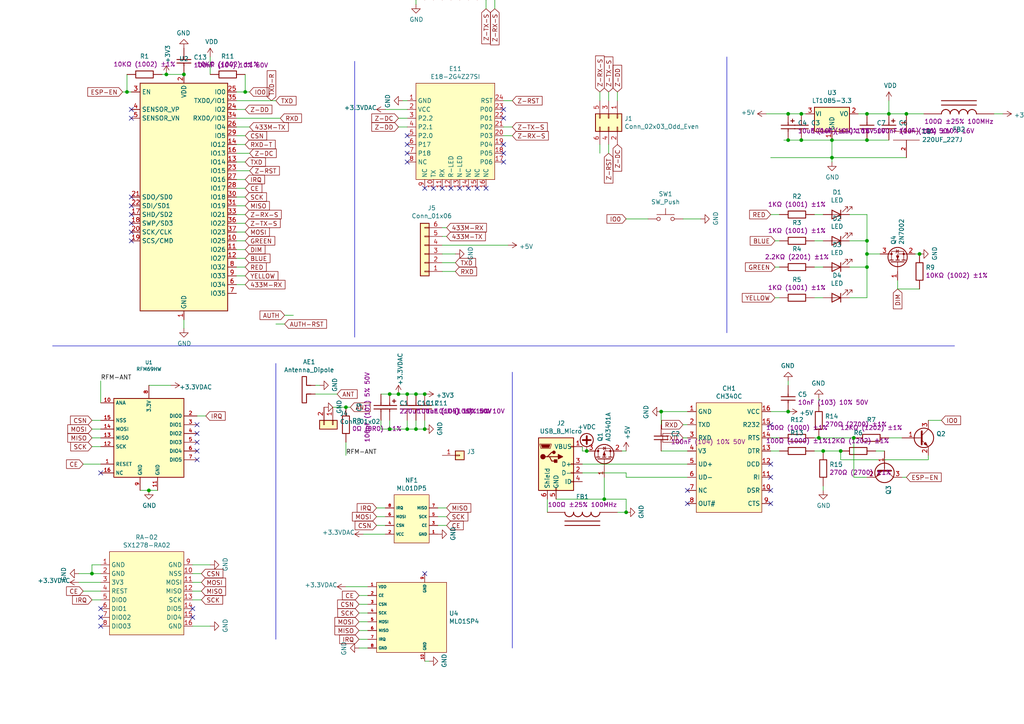
<source format=kicad_sch>
(kicad_sch (version 20200714) (host eeschema "(5.99.0-2390-gac6ceb84b)")
  (page 1 1)
  (paper "A4")
  (junction (at -52.07 102.87))
  (junction (at -45.72 156.21))
  (junction (at -45.72 158.75))
  (junction (at -45.72 161.29))
  (junction (at -45.72 171.45))
  (junction (at -45.72 189.23))
  (junction (at -11.43 161.29))
  (junction (at 26.67 166.37))
  (junction (at 36.83 26.67))
  (junction (at 43.18 142.24))
  (junction (at 48.26 21.59))
  (junction (at 53.34 21.59))
  (junction (at 71.12 26.67))
  (junction (at 100.33 118.11))
  (junction (at 113.03 114.3))
  (junction (at 113.03 124.46))
  (junction (at 115.57 114.3))
  (junction (at 118.11 114.3))
  (junction (at 118.11 124.46))
  (junction (at 120.65 114.3))
  (junction (at 120.65 124.46))
  (junction (at 123.19 114.3))
  (junction (at 123.19 124.46))
  (junction (at 170.18 130.81))
  (junction (at 175.26 144.78))
  (junction (at 181.61 148.59))
  (junction (at 191.77 119.38))
  (junction (at 228.6 33.02))
  (junction (at 228.6 40.64))
  (junction (at 228.6 119.38))
  (junction (at 232.41 33.02))
  (junction (at 232.41 40.64))
  (junction (at 237.49 127))
  (junction (at 238.76 130.81))
  (junction (at 241.3 40.64))
  (junction (at 241.3 45.72))
  (junction (at 243.84 130.81))
  (junction (at 247.65 127))
  (junction (at 251.46 33.02))
  (junction (at 251.46 40.64))
  (junction (at 251.46 69.85))
  (junction (at 251.46 73.66))
  (junction (at 251.46 77.47))
  (junction (at 257.81 33.02))
  (junction (at 262.89 33.02))
  (junction (at 266.7 73.66))
  (no_connect (at -52.07 115.57))
  (no_connect (at 118.11 39.37))
  (no_connect (at -16.51 158.75))
  (no_connect (at 223.52 142.24))
  (no_connect (at -45.72 179.07))
  (no_connect (at 38.1 57.15))
  (no_connect (at 138.43 54.61))
  (no_connect (at 133.35 54.61))
  (no_connect (at -52.07 118.11))
  (no_connect (at 38.1 64.77))
  (no_connect (at -52.07 120.65))
  (no_connect (at 38.1 31.75))
  (no_connect (at 55.88 179.07))
  (no_connect (at 29.21 137.16))
  (no_connect (at -52.07 123.19))
  (no_connect (at -45.72 176.53))
  (no_connect (at 38.1 34.29))
  (no_connect (at 140.97 54.61))
  (no_connect (at 199.39 146.05))
  (no_connect (at 38.1 69.85))
  (no_connect (at -16.51 186.69))
  (no_connect (at 146.05 41.91))
  (no_connect (at -52.07 125.73))
  (no_connect (at 29.21 181.61))
  (no_connect (at 128.27 54.61))
  (no_connect (at 130.81 54.61))
  (no_connect (at 38.1 62.23))
  (no_connect (at 118.11 41.91))
  (no_connect (at -29.21 118.11))
  (no_connect (at 57.15 123.19))
  (no_connect (at 57.15 125.73))
  (no_connect (at 38.1 67.31))
  (no_connect (at 57.15 133.35))
  (no_connect (at 146.05 31.75))
  (no_connect (at 223.52 146.05))
  (no_connect (at 118.11 44.45))
  (no_connect (at 146.05 34.29))
  (no_connect (at 146.05 46.99))
  (no_connect (at 57.15 130.81))
  (no_connect (at 29.21 179.07))
  (no_connect (at -52.07 133.35))
  (no_connect (at -29.21 115.57))
  (no_connect (at 123.19 54.61))
  (no_connect (at 146.05 44.45))
  (no_connect (at 135.89 54.61))
  (no_connect (at 223.52 138.43))
  (no_connect (at 57.15 128.27))
  (no_connect (at 199.39 142.24))
  (no_connect (at 223.52 123.19))
  (no_connect (at 223.52 134.62))
  (no_connect (at 118.11 46.99))
  (no_connect (at 55.88 176.53))
  (no_connect (at 38.1 59.69))
  (no_connect (at 125.73 54.61))
  (no_connect (at 29.21 176.53))
  (no_connect (at 123.19 166.37))
  (no_connect (at -45.72 181.61))
  (wire (pts (xy -57.15 130.81) (xy -52.07 130.81)))
  (wire (pts (xy -52.07 102.87) (xy -53.34 102.87)))
  (wire (pts (xy -52.07 113.03) (xy -52.07 102.87)))
  (wire (pts (xy -52.07 128.27) (xy -54.61 128.27)))
  (wire (pts (xy -52.07 184.15) (xy -45.72 184.15)))
  (wire (pts (xy -46.99 102.87) (xy -52.07 102.87)))
  (wire (pts (xy -45.72 100.33) (xy -57.15 100.33)))
  (wire (pts (xy -45.72 102.87) (xy -45.72 100.33)))
  (wire (pts (xy -45.72 158.75) (xy -45.72 156.21)))
  (wire (pts (xy -45.72 161.29) (xy -45.72 158.75)))
  (wire (pts (xy -45.72 171.45) (xy -45.72 161.29)))
  (wire (pts (xy -45.72 173.99) (xy -45.72 171.45)))
  (wire (pts (xy -45.72 186.69) (xy -45.72 189.23)))
  (wire (pts (xy -45.72 189.23) (xy -50.8 189.23)))
  (wire (pts (xy -44.45 102.87) (xy -38.1 102.87)))
  (wire (pts (xy -29.21 113.03) (xy -22.86 113.03)))
  (wire (pts (xy -29.21 120.65) (xy -26.67 120.65)))
  (wire (pts (xy -29.21 123.19) (xy -26.67 123.19)))
  (wire (pts (xy -29.21 128.27) (xy -26.67 128.27)))
  (wire (pts (xy -29.21 133.35) (xy -22.86 133.35)))
  (wire (pts (xy -26.67 125.73) (xy -29.21 125.73)))
  (wire (pts (xy -22.86 130.81) (xy -29.21 130.81)))
  (wire (pts (xy -16.51 156.21) (xy -11.43 156.21)))
  (wire (pts (xy -16.51 171.45) (xy -13.97 171.45)))
  (wire (pts (xy -16.51 173.99) (xy -13.97 173.99)))
  (wire (pts (xy -16.51 176.53) (xy -13.97 176.53)))
  (wire (pts (xy -16.51 184.15) (xy -13.97 184.15)))
  (wire (pts (xy -16.51 189.23) (xy -11.43 189.23)))
  (wire (pts (xy -13.97 179.07) (xy -16.51 179.07)))
  (wire (pts (xy -11.43 156.21) (xy -11.43 161.29)))
  (wire (pts (xy -11.43 161.29) (xy -16.51 161.29)))
  (wire (pts (xy -11.43 181.61) (xy -16.51 181.61)))
  (wire (pts (xy 22.86 168.91) (xy 29.21 168.91)))
  (wire (pts (xy 24.13 134.62) (xy 29.21 134.62)))
  (wire (pts (xy 24.13 171.45) (xy 29.21 171.45)))
  (wire (pts (xy 26.67 127) (xy 29.21 127)))
  (wire (pts (xy 26.67 163.83) (xy 26.67 166.37)))
  (wire (pts (xy 26.67 166.37) (xy 22.86 166.37)))
  (wire (pts (xy 29.21 116.84) (xy 29.21 110.49)))
  (wire (pts (xy 29.21 121.92) (xy 26.67 121.92)))
  (wire (pts (xy 29.21 124.46) (xy 26.67 124.46)))
  (wire (pts (xy 29.21 129.54) (xy 26.67 129.54)))
  (wire (pts (xy 29.21 163.83) (xy 26.67 163.83)))
  (wire (pts (xy 29.21 166.37) (xy 26.67 166.37)))
  (wire (pts (xy 29.21 173.99) (xy 26.67 173.99)))
  (wire (pts (xy 35.56 26.67) (xy 36.83 26.67)))
  (wire (pts (xy 36.83 26.67) (xy 36.83 21.59)))
  (wire (pts (xy 38.1 26.67) (xy 36.83 26.67)))
  (wire (pts (xy 40.64 142.24) (xy 43.18 142.24)))
  (wire (pts (xy 43.18 142.24) (xy 45.72 142.24)))
  (wire (pts (xy 46.99 21.59) (xy 48.26 21.59)))
  (wire (pts (xy 48.26 21.59) (xy 53.34 21.59)))
  (wire (pts (xy 49.53 111.76) (xy 43.18 111.76)))
  (wire (pts (xy 53.34 92.71) (xy 53.34 95.25)))
  (wire (pts (xy 55.88 163.83) (xy 60.96 163.83)))
  (wire (pts (xy 55.88 166.37) (xy 58.42 166.37)))
  (wire (pts (xy 55.88 168.91) (xy 58.42 168.91)))
  (wire (pts (xy 55.88 173.99) (xy 58.42 173.99)))
  (wire (pts (xy 55.88 181.61) (xy 60.96 181.61)))
  (wire (pts (xy 57.15 120.65) (xy 59.69 120.65)))
  (wire (pts (xy 58.42 171.45) (xy 55.88 171.45)))
  (wire (pts (xy 60.96 16.51) (xy 60.96 21.59)))
  (wire (pts (xy 68.58 26.67) (xy 71.12 26.67)))
  (wire (pts (xy 68.58 29.21) (xy 80.01 29.21)))
  (wire (pts (xy 68.58 31.75) (xy 71.12 31.75)))
  (wire (pts (xy 68.58 34.29) (xy 81.28 34.29)))
  (wire (pts (xy 68.58 36.83) (xy 72.39 36.83)))
  (wire (pts (xy 68.58 39.37) (xy 71.12 39.37)))
  (wire (pts (xy 68.58 41.91) (xy 71.12 41.91)))
  (wire (pts (xy 68.58 44.45) (xy 72.39 44.45)))
  (wire (pts (xy 68.58 46.99) (xy 71.12 46.99)))
  (wire (pts (xy 68.58 49.53) (xy 72.39 49.53)))
  (wire (pts (xy 68.58 52.07) (xy 71.12 52.07)))
  (wire (pts (xy 68.58 54.61) (xy 71.12 54.61)))
  (wire (pts (xy 68.58 57.15) (xy 71.12 57.15)))
  (wire (pts (xy 68.58 59.69) (xy 71.12 59.69)))
  (wire (pts (xy 68.58 62.23) (xy 71.12 62.23)))
  (wire (pts (xy 68.58 64.77) (xy 71.12 64.77)))
  (wire (pts (xy 68.58 67.31) (xy 71.12 67.31)))
  (wire (pts (xy 68.58 69.85) (xy 71.12 69.85)))
  (wire (pts (xy 68.58 72.39) (xy 71.12 72.39)))
  (wire (pts (xy 68.58 74.93) (xy 71.12 74.93)))
  (wire (pts (xy 68.58 77.47) (xy 71.12 77.47)))
  (wire (pts (xy 68.58 80.01) (xy 71.12 80.01)))
  (wire (pts (xy 68.58 82.55) (xy 71.12 82.55)))
  (wire (pts (xy 71.12 21.59) (xy 71.12 26.67)))
  (wire (pts (xy 71.12 26.67) (xy 72.39 26.67)))
  (wire (pts (xy 80.01 93.98) (xy 82.55 93.98)))
  (wire (pts (xy 85.09 91.44) (xy 82.55 91.44)))
  (wire (pts (xy 91.44 111.76) (xy 92.71 111.76)))
  (wire (pts (xy 91.44 114.3) (xy 97.79 114.3)))
  (wire (pts (xy 96.52 118.11) (xy 100.33 118.11)))
  (wire (pts (xy 100.33 118.11) (xy 101.6 118.11)))
  (wire (pts (xy 100.33 128.27) (xy 100.33 132.08)))
  (wire (pts (xy 100.33 170.18) (xy 106.68 170.18)))
  (wire (pts (xy 104.14 182.88) (xy 106.68 182.88)))
  (wire (pts (xy 104.14 185.42) (xy 106.68 185.42)))
  (wire (pts (xy 105.41 154.94) (xy 111.76 154.94)))
  (wire (pts (xy 106.68 172.72) (xy 104.14 172.72)))
  (wire (pts (xy 106.68 175.26) (xy 104.14 175.26)))
  (wire (pts (xy 106.68 177.8) (xy 104.14 177.8)))
  (wire (pts (xy 106.68 180.34) (xy 104.14 180.34)))
  (wire (pts (xy 106.68 187.96) (xy 104.14 187.96)))
  (wire (pts (xy 109.22 -39.37) (xy 115.57 -39.37)))
  (wire (pts (xy 109.22 147.32) (xy 111.76 147.32)))
  (wire (pts (xy 110.49 114.3) (xy 113.03 114.3)))
  (wire (pts (xy 110.49 121.92) (xy 110.49 124.46)))
  (wire (pts (xy 110.49 124.46) (xy 113.03 124.46)))
  (wire (pts (xy 111.76 31.75) (xy 118.11 31.75)))
  (wire (pts (xy 111.76 149.86) (xy 109.22 149.86)))
  (wire (pts (xy 111.76 152.4) (xy 109.22 152.4)))
  (wire (pts (xy 113.03 114.3) (xy 115.57 114.3)))
  (wire (pts (xy 113.03 121.92) (xy 113.03 124.46)))
  (wire (pts (xy 113.03 124.46) (xy 118.11 124.46)))
  (wire (pts (xy 115.57 -36.83) (xy 114.3 -36.83)))
  (wire (pts (xy 115.57 -34.29) (xy 106.68 -34.29)))
  (wire (pts (xy 115.57 -31.75) (xy 106.68 -31.75)))
  (wire (pts (xy 115.57 -29.21) (xy 106.68 -29.21)))
  (wire (pts (xy 115.57 -26.67) (xy 106.68 -26.67)))
  (wire (pts (xy 115.57 114.3) (xy 118.11 114.3)))
  (wire (pts (xy 118.11 29.21) (xy 116.84 29.21)))
  (wire (pts (xy 118.11 34.29) (xy 115.57 34.29)))
  (wire (pts (xy 118.11 36.83) (xy 115.57 36.83)))
  (wire (pts (xy 118.11 114.3) (xy 120.65 114.3)))
  (wire (pts (xy 118.11 121.92) (xy 118.11 124.46)))
  (wire (pts (xy 118.11 124.46) (xy 120.65 124.46)))
  (wire (pts (xy 120.65 0) (xy 120.65 1.27)))
  (wire (pts (xy 120.65 114.3) (xy 123.19 114.3)))
  (wire (pts (xy 120.65 121.92) (xy 120.65 124.46)))
  (wire (pts (xy 120.65 124.46) (xy 123.19 124.46)))
  (wire (pts (xy 123.19 121.92) (xy 123.19 124.46)))
  (wire (pts (xy 123.19 191.77) (xy 124.46 191.77)))
  (wire (pts (xy 127 149.86) (xy 129.54 149.86)))
  (wire (pts (xy 127 152.4) (xy 129.54 152.4)))
  (wire (pts (xy 128.27 66.04) (xy 129.54 66.04)))
  (wire (pts (xy 128.27 68.58) (xy 129.54 68.58)))
  (wire (pts (xy 128.27 71.12) (xy 147.32 71.12)))
  (wire (pts (xy 128.27 73.66) (xy 132.08 73.66)))
  (wire (pts (xy 128.27 76.2) (xy 132.08 76.2)))
  (wire (pts (xy 128.27 78.74) (xy 132.08 78.74)))
  (wire (pts (xy 129.54 147.32) (xy 127 147.32)))
  (wire (pts (xy 140.97 0) (xy 140.97 2.54)))
  (wire (pts (xy 143.51 0) (xy 143.51 2.54)))
  (wire (pts (xy 146.05 29.21) (xy 148.59 29.21)))
  (wire (pts (xy 146.05 36.83) (xy 148.59 36.83)))
  (wire (pts (xy 146.05 39.37) (xy 148.59 39.37)))
  (wire (pts (xy 148.59 -39.37) (xy 149.86 -39.37)))
  (wire (pts (xy 148.59 -31.75) (xy 151.13 -31.75)))
  (wire (pts (xy 148.59 -8.89) (xy 149.86 -8.89)))
  (wire (pts (xy 158.75 144.78) (xy 158.75 148.59)))
  (wire (pts (xy 161.29 144.78) (xy 175.26 144.78)))
  (wire (pts (xy 168.91 129.54) (xy 168.91 130.81)))
  (wire (pts (xy 168.91 130.81) (xy 170.18 130.81)))
  (wire (pts (xy 168.91 134.62) (xy 199.39 134.62)))
  (wire (pts (xy 168.91 137.16) (xy 181.61 137.16)))
  (wire (pts (xy 173.99 29.21) (xy 173.99 26.67)))
  (wire (pts (xy 173.99 41.91) (xy 173.99 44.45)))
  (wire (pts (xy 175.26 144.78) (xy 175.26 138.43)))
  (wire (pts (xy 175.26 144.78) (xy 181.61 144.78)))
  (wire (pts (xy 176.53 29.21) (xy 176.53 26.67)))
  (wire (pts (xy 176.53 41.91) (xy 176.53 44.45)))
  (wire (pts (xy 179.07 29.21) (xy 179.07 26.67)))
  (wire (pts (xy 179.07 148.59) (xy 181.61 148.59)))
  (wire (pts (xy 180.34 130.81) (xy 181.61 130.81)))
  (wire (pts (xy 181.61 63.5) (xy 187.96 63.5)))
  (wire (pts (xy 181.61 138.43) (xy 181.61 137.16)))
  (wire (pts (xy 181.61 144.78) (xy 181.61 148.59)))
  (wire (pts (xy 191.77 119.38) (xy 191.77 123.19)))
  (wire (pts (xy 191.77 119.38) (xy 199.39 119.38)))
  (wire (pts (xy 191.77 130.81) (xy 199.39 130.81)))
  (wire (pts (xy 198.12 63.5) (xy 203.2 63.5)))
  (wire (pts (xy 199.39 123.19) (xy 198.12 123.19)))
  (wire (pts (xy 199.39 127) (xy 198.12 127)))
  (wire (pts (xy 199.39 138.43) (xy 181.61 138.43)))
  (wire (pts (xy 222.25 33.02) (xy 228.6 33.02)))
  (wire (pts (xy 223.52 45.72) (xy 241.3 45.72)))
  (wire (pts (xy 223.52 119.38) (xy 228.6 119.38)))
  (wire (pts (xy 223.52 127) (xy 226.06 127)))
  (wire (pts (xy 223.52 130.81) (xy 226.06 130.81)))
  (wire (pts (xy 226.06 62.23) (xy 223.52 62.23)))
  (wire (pts (xy 226.06 69.85) (xy 224.79 69.85)))
  (wire (pts (xy 226.06 77.47) (xy 224.79 77.47)))
  (wire (pts (xy 226.06 86.36) (xy 224.79 86.36)))
  (wire (pts (xy 227.33 40.64) (xy 228.6 40.64)))
  (wire (pts (xy 228.6 33.02) (xy 232.41 33.02)))
  (wire (pts (xy 228.6 40.64) (xy 232.41 40.64)))
  (wire (pts (xy 228.6 111.76) (xy 228.6 110.49)))
  (wire (pts (xy 232.41 33.02) (xy 233.68 33.02)))
  (wire (pts (xy 232.41 40.64) (xy 241.3 40.64)))
  (wire (pts (xy 236.22 69.85) (xy 238.76 69.85)))
  (wire (pts (xy 236.22 77.47) (xy 238.76 77.47)))
  (wire (pts (xy 236.22 86.36) (xy 238.76 86.36)))
  (wire (pts (xy 236.22 127) (xy 237.49 127)))
  (wire (pts (xy 236.22 130.81) (xy 238.76 130.81)))
  (wire (pts (xy 237.49 116.84) (xy 237.49 115.57)))
  (wire (pts (xy 237.49 127) (xy 247.65 127)))
  (wire (pts (xy 238.76 62.23) (xy 236.22 62.23)))
  (wire (pts (xy 238.76 130.81) (xy 243.84 130.81)))
  (wire (pts (xy 238.76 140.97) (xy 238.76 142.24)))
  (wire (pts (xy 241.3 40.64) (xy 241.3 45.72)))
  (wire (pts (xy 241.3 40.64) (xy 251.46 40.64)))
  (wire (pts (xy 241.3 45.72) (xy 241.3 46.99)))
  (wire (pts (xy 241.3 45.72) (xy 262.89 45.72)))
  (wire (pts (xy 243.84 130.81) (xy 243.84 133.35)))
  (wire (pts (xy 243.84 133.35) (xy 269.24 133.35)))
  (wire (pts (xy 246.38 62.23) (xy 251.46 62.23)))
  (wire (pts (xy 246.38 69.85) (xy 251.46 69.85)))
  (wire (pts (xy 246.38 77.47) (xy 251.46 77.47)))
  (wire (pts (xy 247.65 127) (xy 247.65 138.43)))
  (wire (pts (xy 247.65 138.43) (xy 251.46 138.43)))
  (wire (pts (xy 248.92 33.02) (xy 251.46 33.02)))
  (wire (pts (xy 251.46 33.02) (xy 257.81 33.02)))
  (wire (pts (xy 251.46 40.64) (xy 257.81 40.64)))
  (wire (pts (xy 251.46 62.23) (xy 251.46 69.85)))
  (wire (pts (xy 251.46 69.85) (xy 251.46 73.66)))
  (wire (pts (xy 251.46 73.66) (xy 251.46 77.47)))
  (wire (pts (xy 251.46 77.47) (xy 251.46 86.36)))
  (wire (pts (xy 251.46 86.36) (xy 246.38 86.36)))
  (wire (pts (xy 254 130.81) (xy 256.54 130.81)))
  (wire (pts (xy 255.27 73.66) (xy 251.46 73.66)))
  (wire (pts (xy 257.81 33.02) (xy 257.81 29.21)))
  (wire (pts (xy 257.81 33.02) (xy 262.89 33.02)))
  (wire (pts (xy 257.81 127) (xy 261.62 127)))
  (wire (pts (xy 260.35 81.28) (xy 260.35 83.82)))
  (wire (pts (xy 260.35 83.82) (xy 266.7 83.82)))
  (wire (pts (xy 261.62 138.43) (xy 262.89 138.43)))
  (wire (pts (xy 262.89 33.02) (xy 267.97 33.02)))
  (wire (pts (xy 265.43 73.66) (xy 266.7 73.66)))
  (wire (pts (xy 269.24 133.35) (xy 269.24 132.08)))
  (wire (pts (xy 273.05 121.92) (xy 269.24 121.92)))
  (wire (pts (xy 288.29 33.02) (xy 290.83 33.02)))
  (wire (pts (xy 416.56 243.84) (xy 412.75 243.84)))
  (polyline (pts (xy 15.24 100.33) (xy 276.86 100.33)) (stroke (width 0) (type solid)))
  (polyline (pts (xy 80.01 105.41) (xy 80.01 185.42)) (stroke (width 0) (type solid)))
  (polyline (pts (xy 102.87 17.78) (xy 102.87 97.79)) (stroke (width 0) (type solid)))
  (polyline (pts (xy 148.59 107.95) (xy 148.59 187.96)) (stroke (width 0) (type solid)))
  (polyline (pts (xy 210.82 16.51) (xy 210.82 96.52)) (stroke (width 0) (type solid)))
  (label "RFM-ANT" (at -57.15 100.33 0))
  (label "RFM-ANT" (at 29.21 110.49 0))
  (label "RFM-ANT" (at 100.33 132.08 0))
  (label "TMS" (at 106.68 -34.29 0))
  (label "TCK" (at 106.68 -31.75 0))
  (label "TDO" (at 106.68 -29.21 0))
  (label "TDI" (at 106.68 -26.67 0))
  (label "RST" (at 151.13 -31.75 0))
  (global_label "CE" (shape input) (at -57.15 130.81 180))
  (global_label "IRQ" (shape input) (at -54.61 128.27 180))
  (global_label "CSN" (shape input) (at -26.67 120.65 0))
  (global_label "MOSI" (shape input) (at -26.67 123.19 0))
  (global_label "MISO" (shape input) (at -26.67 125.73 0))
  (global_label "SCK" (shape input) (at -26.67 128.27 0))
  (global_label "CSN" (shape input) (at -13.97 171.45 0))
  (global_label "SCK" (shape input) (at -13.97 173.99 0))
  (global_label "MOSI" (shape input) (at -13.97 176.53 0))
  (global_label "MISO" (shape input) (at -13.97 179.07 0))
  (global_label "IRQ" (shape input) (at -13.97 184.15 0))
  (global_label "CE" (shape input) (at -11.43 181.61 0))
  (global_label "CE" (shape input) (at 24.13 134.62 180))
  (global_label "CE" (shape input) (at 24.13 171.45 180))
  (global_label "CSN" (shape input) (at 26.67 121.92 180))
  (global_label "MOSI" (shape input) (at 26.67 124.46 180))
  (global_label "MISO" (shape input) (at 26.67 127 180))
  (global_label "SCK" (shape input) (at 26.67 129.54 180))
  (global_label "IRQ" (shape input) (at 26.67 173.99 180))
  (global_label "ESP-EN" (shape input) (at 35.56 26.67 180))
  (global_label "CSN" (shape input) (at 58.42 166.37 0))
  (global_label "MOSI" (shape input) (at 58.42 168.91 0))
  (global_label "MISO" (shape input) (at 58.42 171.45 0))
  (global_label "SCK" (shape input) (at 58.42 173.99 0))
  (global_label "IRQ" (shape input) (at 59.69 120.65 0))
  (global_label "Z-DD" (shape input) (at 71.12 31.75 0))
  (global_label "CSN" (shape input) (at 71.12 39.37 0))
  (global_label "RXD-T" (shape input) (at 71.12 41.91 0))
  (global_label "TXD" (shape input) (at 71.12 46.99 0))
  (global_label "IRQ" (shape input) (at 71.12 52.07 0))
  (global_label "CE" (shape input) (at 71.12 54.61 0))
  (global_label "SCK" (shape input) (at 71.12 57.15 0))
  (global_label "MISO" (shape input) (at 71.12 59.69 0))
  (global_label "Z-RX-S" (shape input) (at 71.12 62.23 0))
  (global_label "Z-TX-S" (shape input) (at 71.12 64.77 0))
  (global_label "MOSI" (shape input) (at 71.12 67.31 0))
  (global_label "GREEN" (shape input) (at 71.12 69.85 0))
  (global_label "DIM" (shape input) (at 71.12 72.39 0))
  (global_label "BLUE" (shape input) (at 71.12 74.93 0))
  (global_label "RED" (shape input) (at 71.12 77.47 0))
  (global_label "YELLOW" (shape input) (at 71.12 80.01 0))
  (global_label "433M-RX" (shape input) (at 71.12 82.55 0))
  (global_label "IO0" (shape input) (at 72.39 26.67 0))
  (global_label "433M-TX" (shape input) (at 72.39 36.83 0))
  (global_label "Z-DC" (shape input) (at 72.39 44.45 0))
  (global_label "Z-RST" (shape input) (at 72.39 49.53 0))
  (global_label "TXD-R" (shape input) (at 78.74 29.21 90))
  (global_label "TXD" (shape input) (at 80.01 29.21 0))
  (global_label "RXD" (shape input) (at 81.28 34.29 0))
  (global_label "AUTH" (shape input) (at 82.55 91.44 180))
  (global_label "AUTH-RST" (shape input) (at 82.55 93.98 0))
  (global_label "ANT" (shape input) (at 97.79 114.3 0))
  (global_label "ANT" (shape input) (at 101.6 118.11 0))
  (global_label "CE" (shape input) (at 104.14 172.72 180))
  (global_label "CSN" (shape input) (at 104.14 175.26 180))
  (global_label "SCK" (shape input) (at 104.14 177.8 180))
  (global_label "MOSI" (shape input) (at 104.14 180.34 180))
  (global_label "MISO" (shape input) (at 104.14 182.88 180))
  (global_label "IRQ" (shape input) (at 104.14 185.42 180))
  (global_label "IRQ" (shape input) (at 109.22 147.32 180))
  (global_label "MOSI" (shape input) (at 109.22 149.86 180))
  (global_label "CSN" (shape input) (at 109.22 152.4 180))
  (global_label "Z-DC" (shape input) (at 115.57 34.29 180))
  (global_label "Z-DD" (shape input) (at 115.57 36.83 180))
  (global_label "433M-RX" (shape input) (at 129.54 66.04 0))
  (global_label "433M-TX" (shape input) (at 129.54 68.58 0))
  (global_label "MISO" (shape input) (at 129.54 147.32 0))
  (global_label "SCK" (shape input) (at 129.54 149.86 0))
  (global_label "CE" (shape input) (at 129.54 152.4 0))
  (global_label "TXD" (shape input) (at 132.08 76.2 0))
  (global_label "RXD" (shape input) (at 132.08 78.74 0))
  (global_label "Z-TX-S" (shape input) (at 140.97 2.54 270))
  (global_label "Z-RX-S" (shape input) (at 143.51 2.54 270))
  (global_label "Z-RST" (shape input) (at 148.59 29.21 0))
  (global_label "Z-TX-S" (shape input) (at 148.59 36.83 0))
  (global_label "Z-RX-S" (shape input) (at 148.59 39.37 0))
  (global_label "Z-RX-S" (shape input) (at 173.99 26.67 90))
  (global_label "Z-TX-S" (shape input) (at 176.53 26.67 90))
  (global_label "Z-RST" (shape input) (at 176.53 44.45 270))
  (global_label "Z-DD" (shape input) (at 179.07 26.67 90))
  (global_label "Z-DC" (shape input) (at 179.07 41.91 270))
  (global_label "IO0" (shape input) (at 181.61 63.5 180))
  (global_label "RXD" (shape input) (at 198.12 123.19 180))
  (global_label "TXD" (shape input) (at 198.12 127 180))
  (global_label "RED" (shape input) (at 223.52 62.23 180))
  (global_label "BLUE" (shape input) (at 224.79 69.85 180))
  (global_label "GREEN" (shape input) (at 224.79 77.47 180))
  (global_label "YELLOW" (shape input) (at 224.79 86.36 180))
  (global_label "DIM" (shape input) (at 260.35 83.82 270))
  (global_label "ESP-EN" (shape input) (at 262.89 138.43 0))
  (global_label "IO0" (shape input) (at 273.05 121.92 0))
  (symbol (lib_id "power:+3.3VDAC") (at -52.07 184.15 90) (unit 1)
    (property "Reference" "#PWR0101" (effects hide))
    (property "Value" "+3.3VDAC" (at -54.5338 183.642 90) (effects (justify left)))
  )
  (symbol (lib_id "power:+3.3VDAC") (at -22.86 130.81 270) (unit 1)
    (property "Reference" "#PWR0131" (effects hide))
    (property "Value" "+3.3VDAC" (at -20.3962 131.318 90) (effects (justify left)))
  )
  (symbol (lib_id "power:+3.3VDAC") (at 22.86 168.91 90) (unit 1)
    (property "Reference" "#PWR0148" (effects hide))
    (property "Value" "+3.3VDAC" (at 20.3962 168.402 90) (effects (justify left)))
  )
  (symbol (lib_id "power:+3V3") (at 48.26 21.59 0) (unit 1)
    (property "Reference" "#PWR0113" (effects hide))
    (property "Value" "+3V3" (at 48.641 18.3388 90) (effects (justify left)))
  )
  (symbol (lib_id "power:+3.3VDAC") (at 49.53 111.76 270) (unit 1)
    (property "Reference" "#PWR0102" (effects hide))
    (property "Value" "+3.3VDAC" (at 51.9938 112.268 90) (effects (justify left)))
  )
  (symbol (lib_id "power:VDD") (at 60.96 16.51 0) (unit 1)
    (property "Reference" "#PWR0135" (effects hide))
    (property "Value" "VDD" (at 61.3918 12.1158 0))
  )
  (symbol (lib_id "power:+3.3VDAC") (at 100.33 170.18 90) (unit 1)
    (property "Reference" "#PWR0124" (effects hide))
    (property "Value" "+3.3VDAC" (at 97.8662 169.672 90) (effects (justify left)))
  )
  (symbol (lib_id "power:+3.3VDAC") (at 105.41 154.94 90) (unit 1)
    (property "Reference" "#PWR0127" (effects hide))
    (property "Value" "+3.3VDAC" (at 102.9462 154.432 90) (effects (justify left)))
  )
  (symbol (lib_id "power:+3.3VDAC") (at 109.22 -39.37 90) (unit 1)
    (property "Reference" "#PWR0129" (effects hide))
    (property "Value" "+3.3VDAC" (at 106.7562 -39.878 90) (effects (justify left)))
  )
  (symbol (lib_id "power:+3.3VDAC") (at 111.76 31.75 90) (unit 1)
    (property "Reference" "#PWR0141" (effects hide))
    (property "Value" "+3.3VDAC" (at 109.2962 31.242 90) (effects (justify left)))
  )
  (symbol (lib_id "power:+3.3VDAC") (at 115.57 114.3 0) (unit 1)
    (property "Reference" "#PWR0128" (effects hide))
    (property "Value" "+3.3VDAC" (at 116.078 111.8362 90) (effects (justify left)))
  )
  (symbol (lib_id "power:+3V3") (at 123.19 114.3 270) (unit 1)
    (property "Reference" "#PWR0109" (effects hide))
    (property "Value" "+3V3" (at 126.4412 114.681 90) (effects (justify left)))
  )
  (symbol (lib_id "power:+5V") (at 147.32 71.12 270) (unit 1)
    (property "Reference" "#PWR0130" (effects hide))
    (property "Value" "+5V" (at 150.5712 71.501 90) (effects (justify left)))
  )
  (symbol (lib_id "power:+5V") (at 181.61 130.81 0) (unit 1)
    (property "Reference" "#PWR0114" (effects hide))
    (property "Value" "+5V" (at 181.991 127.5588 90) (effects (justify left)))
  )
  (symbol (lib_id "power:+5V") (at 222.25 33.02 90) (unit 1)
    (property "Reference" "#PWR0119" (effects hide))
    (property "Value" "+5V" (at 218.9988 32.639 90) (effects (justify left)))
  )
  (symbol (lib_id "power:+5V") (at 228.6 119.38 270) (unit 1)
    (property "Reference" "#PWR0144" (effects hide))
    (property "Value" "+5V" (at 231.8512 119.761 90) (effects (justify left)))
  )
  (symbol (lib_id "power:VDD") (at 257.81 29.21 0) (unit 1)
    (property "Reference" "#PWR0115" (effects hide))
    (property "Value" "VDD" (at 258.2418 24.8158 0))
  )
  (symbol (lib_id "power:+3V3") (at 290.83 33.02 270) (unit 1)
    (property "Reference" "#PWR0120" (effects hide))
    (property "Value" "+3V3" (at 294.0812 33.401 90) (effects (justify left)))
  )
  (symbol (lib_id "power:GND") (at -53.34 102.87 270) (unit 1)
    (property "Reference" "#PWR0138" (effects hide))
    (property "Value" "GND" (at -57.7342 102.997 0))
  )
  (symbol (lib_id "power:GND") (at -50.8 189.23 270) (unit 1)
    (property "Reference" "#PWR0103" (effects hide))
    (property "Value" "GND" (at -55.1942 189.357 0))
  )
  (symbol (lib_id "power:GND") (at -45.72 156.21 180) (unit 1)
    (property "Reference" "#PWR0105" (effects hide))
    (property "Value" "GND" (at -45.847 151.8158 0))
  )
  (symbol (lib_id "power:GND") (at -38.1 102.87 90) (unit 1)
    (property "Reference" "#PWR0133" (effects hide))
    (property "Value" "GND" (at -33.7058 102.743 0))
  )
  (symbol (lib_id "power:GND") (at -22.86 113.03 90) (unit 1)
    (property "Reference" "#PWR0132" (effects hide))
    (property "Value" "GND" (at -18.4658 112.903 0))
  )
  (symbol (lib_id "power:GND") (at -22.86 133.35 90) (unit 1)
    (property "Reference" "#PWR0108" (effects hide))
    (property "Value" "GND" (at -18.4658 133.223 0))
  )
  (symbol (lib_id "power:GND") (at -11.43 161.29 90) (unit 1)
    (property "Reference" "#PWR0104" (effects hide))
    (property "Value" "GND" (at -7.0358 161.163 0))
  )
  (symbol (lib_id "power:GND") (at -11.43 189.23 90) (unit 1)
    (property "Reference" "#PWR0107" (effects hide))
    (property "Value" "GND" (at -7.0358 189.103 0))
  )
  (symbol (lib_id "power:GND") (at 22.86 166.37 270) (unit 1)
    (property "Reference" "#PWR0146" (effects hide))
    (property "Value" "GND" (at 18.4658 166.497 0))
  )
  (symbol (lib_id "power:GND") (at 43.18 142.24 0) (unit 1)
    (property "Reference" "#PWR0106" (effects hide))
    (property "Value" "GND" (at 43.307 146.6342 0))
  )
  (symbol (lib_id "power:GND") (at 53.34 13.97 180) (unit 1)
    (property "Reference" "#PWR0137" (effects hide))
    (property "Value" "GND" (at 53.213 9.5758 0))
  )
  (symbol (lib_id "power:GND") (at 53.34 95.25 0) (unit 1)
    (property "Reference" "#PWR0112" (effects hide))
    (property "Value" "GND" (at 53.467 99.6442 0))
  )
  (symbol (lib_id "power:GND") (at 60.96 163.83 90) (unit 1)
    (property "Reference" "#PWR0150" (effects hide))
    (property "Value" "GND" (at 65.3542 163.703 0))
  )
  (symbol (lib_id "power:GND") (at 60.96 181.61 90) (unit 1)
    (property "Reference" "#PWR0149" (effects hide))
    (property "Value" "GND" (at 65.3542 181.483 0))
  )
  (symbol (lib_id "power:GND") (at 92.71 111.76 90) (unit 1)
    (property "Reference" "#PWR0111" (effects hide))
    (property "Value" "GND" (at 97.1042 111.633 0))
  )
  (symbol (lib_id "power:GND") (at 93.98 118.11 90) (unit 1)
    (property "Reference" "#PWR0140" (effects hide))
    (property "Value" "GND" (at 98.3742 117.983 0))
  )
  (symbol (lib_id "power:GND") (at 104.14 187.96 270) (unit 1)
    (property "Reference" "#PWR0134" (effects hide))
    (property "Value" "GND" (at 99.7458 188.087 0))
  )
  (symbol (lib_id "power:GND") (at 114.3 -36.83 270) (unit 1)
    (property "Reference" "#PWR0143" (effects hide))
    (property "Value" "GND" (at 109.9058 -36.703 0))
  )
  (symbol (lib_id "power:GND") (at 116.84 29.21 270) (unit 1)
    (property "Reference" "#PWR0142" (effects hide))
    (property "Value" "GND" (at 112.4458 29.337 0))
  )
  (symbol (lib_id "power:GND") (at 120.65 1.27 0) (unit 1)
    (property "Reference" "#PWR0151" (effects hide))
    (property "Value" "GND" (at 120.777 5.6642 0))
  )
  (symbol (lib_id "power:GND") (at 123.19 124.46 90) (unit 1)
    (property "Reference" "#PWR0110" (effects hide))
    (property "Value" "GND" (at 127.5842 124.333 0))
  )
  (symbol (lib_id "power:GND") (at 124.46 191.77 90) (unit 1)
    (property "Reference" "#PWR0139" (effects hide))
    (property "Value" "GND" (at 128.8542 191.643 0))
  )
  (symbol (lib_id "power:GND") (at 127 154.94 90) (unit 1)
    (property "Reference" "#PWR0126" (effects hide))
    (property "Value" "GND" (at 131.3942 154.813 0))
  )
  (symbol (lib_id "power:GND") (at 132.08 73.66 90) (unit 1)
    (property "Reference" "#PWR0125" (effects hide))
    (property "Value" "GND" (at 136.4742 73.533 0))
  )
  (symbol (lib_id "power:GND") (at 149.86 -39.37 90) (unit 1)
    (property "Reference" "#PWR0153" (effects hide))
    (property "Value" "GND" (at 154.2542 -39.497 0))
  )
  (symbol (lib_id "power:GND") (at 149.86 -8.89 90) (unit 1)
    (property "Reference" "#PWR0152" (effects hide))
    (property "Value" "GND" (at 154.2542 -9.017 0))
  )
  (symbol (lib_id "power:GND") (at 181.61 148.59 90) (unit 1)
    (property "Reference" "#PWR0118" (effects hide))
    (property "Value" "GND" (at 186.0042 148.463 0))
  )
  (symbol (lib_id "power:GND") (at 191.77 119.38 270) (unit 1)
    (property "Reference" "#PWR0117" (effects hide))
    (property "Value" "GND" (at 187.3758 119.507 0))
  )
  (symbol (lib_id "power:GND") (at 203.2 63.5 90) (unit 1)
    (property "Reference" "#PWR0123" (effects hide))
    (property "Value" "GND" (at 207.5942 63.373 0))
  )
  (symbol (lib_id "power:GND") (at 228.6 110.49 180) (unit 1)
    (property "Reference" "#PWR0116" (effects hide))
    (property "Value" "GND" (at 228.473 106.0958 0))
  )
  (symbol (lib_id "power:GND") (at 237.49 115.57 180) (unit 1)
    (property "Reference" "#PWR0147" (effects hide))
    (property "Value" "GND" (at 237.363 111.1758 0))
  )
  (symbol (lib_id "power:GND") (at 238.76 142.24 0) (unit 1)
    (property "Reference" "#PWR0145" (effects hide))
    (property "Value" "GND" (at 238.887 146.6342 0))
  )
  (symbol (lib_id "power:GND") (at 241.3 46.99 0) (unit 1)
    (property "Reference" "#PWR0121" (effects hide))
    (property "Value" "GND" (at 241.427 51.3842 0))
  )
  (symbol (lib_id "power:GND") (at 266.7 73.66 90) (unit 1)
    (property "Reference" "#PWR0122" (effects hide))
    (property "Value" "GND" (at 271.0942 73.533 0))
  )
  (symbol (lib_id "Connector_Generic:Conn_01x01") (at 133.35 132.08 0) (unit 1)
    (property "Reference" "J3" (at 135.382 131.0132 0) (effects (justify left)))
    (property "Value" "Conn_01x01" (effects hide))
    (property "Footprint" "my:dingweikong" (effects hide))
  )
  (symbol (lib_id "power:+VDC") (at 170.18 130.81 0) (unit 1)
    (property "Reference" "#PWR0136" (effects hide))
    (property "Value" "+VDC" (at 170.18 123.825 0))
  )
  (symbol (lib_id "lc_RES:0603_10KΩ__1002_1%") (at 41.91 21.59 0) (unit 1)
    (property "Reference" "R1" (at 41.91 16.3322 0))
    (property "Value" "0603_10KΩ__1002_1%" (effects hide))
    (property "Footprint" "lc_lib:0603_R" (effects hide))
    (property "Datasheet" "http://www.szlcsc.com/product/details_26547.html" (effects hide))
    (property "description" "贴片电阻" (effects hide))
    (property "ComponentLink1Description" "供应商链接" (effects hide))
    (property "Package" "0603" (effects hide))
    (property "Supplier" "LC" (effects hide))
    (property "SuppliersPartNumber" "C25804" (effects hide))
    (property "Comment" "10KΩ (1002) ±1%" (at 41.91 18.6436 0))
  )
  (symbol (lib_id "lc_RES:0603_10KΩ__1002_1%") (at 66.04 21.59 180) (unit 1)
    (property "Reference" "R11" (at 66.04 16.3322 0))
    (property "Value" "0603_10KΩ__1002_1%" (effects hide))
    (property "Footprint" "lc_lib:0603_R" (effects hide))
    (property "Datasheet" "http://www.szlcsc.com/product/details_26547.html" (effects hide))
    (property "description" "贴片电阻" (effects hide))
    (property "ComponentLink1Description" "供应商链接" (effects hide))
    (property "Package" "0603" (effects hide))
    (property "Supplier" "LC" (effects hide))
    (property "SuppliersPartNumber" "C25804" (effects hide))
    (property "Comment" "10KΩ (1002) ±1%" (at 66.04 18.6436 0))
  )
  (symbol (lib_id "lc_RES:0603_0Ω__0R0_1%") (at 100.33 123.19 270) (unit 1)
    (property "Reference" "R8" (at 102.108 122.0216 90) (effects (justify left)))
    (property "Value" "0603_0Ω__0R0_1%" (effects hide))
    (property "Footprint" "lc_lib:0603" (effects hide))
    (property "Datasheet" "http://www.szlcsc.com/product/details_21903.html" (effects hide))
    (property "description" "贴片电阻" (effects hide))
    (property "ComponentLink1Description" "供应商链接" (effects hide))
    (property "Package" "0603" (effects hide))
    (property "Supplier" "LC" (effects hide))
    (property "SuppliersPartNumber" "C21189" (effects hide))
    (property "Comment" "0Ω (0R0) ±1%" (at 102.108 124.333 90) (effects (justify left)))
  )
  (symbol (lib_id "lc_RES:0603_1KΩ__1001_1%") (at 231.14 62.23 0) (unit 1)
    (property "Reference" "R2" (at 231.14 56.9722 0))
    (property "Value" "0603_1KΩ__1001_1%" (effects hide))
    (property "Footprint" "lc_lib:0603_R" (effects hide))
    (property "Datasheet" "http://www.szlcsc.com/product/details_21904.html" (effects hide))
    (property "description" "贴片电阻" (effects hide))
    (property "ComponentLink1Description" "供应商链接" (effects hide))
    (property "Package" "0603" (effects hide))
    (property "Supplier" "LC" (effects hide))
    (property "SuppliersPartNumber" "C21190" (effects hide))
    (property "Comment" "1KΩ (1001) ±1%" (at 231.14 59.2836 0))
  )
  (symbol (lib_id "lc_RES:0603_1KΩ__1001_1%") (at 231.14 69.85 0) (unit 1)
    (property "Reference" "R3" (at 231.14 64.5922 0))
    (property "Value" "0603_1KΩ__1001_1%" (effects hide))
    (property "Footprint" "lc_lib:0603_R" (effects hide))
    (property "Datasheet" "http://www.szlcsc.com/product/details_21904.html" (effects hide))
    (property "description" "贴片电阻" (effects hide))
    (property "ComponentLink1Description" "供应商链接" (effects hide))
    (property "Package" "0603" (effects hide))
    (property "Supplier" "LC" (effects hide))
    (property "SuppliersPartNumber" "C21190" (effects hide))
    (property "Comment" "1KΩ (1001) ±1%" (at 231.14 66.9036 0))
  )
  (symbol (lib_id "lc_RES:0603_2.2KΩ__2201_1%") (at 231.14 77.47 0) (unit 1)
    (property "Reference" "R4" (at 231.14 72.2122 0))
    (property "Value" "0603_2.2KΩ__2201_1%" (effects hide))
    (property "Footprint" "lc_lib:0603_R" (effects hide))
    (property "Datasheet" "http://www.szlcsc.com/product/details_4597.html" (effects hide))
    (property "description" "贴片电阻" (effects hide))
    (property "ComponentLink1Description" "供应商链接" (effects hide))
    (property "Package" "0603" (effects hide))
    (property "Supplier" "LC" (effects hide))
    (property "SuppliersPartNumber" "C4190" (effects hide))
    (property "Comment" "2.2KΩ (2201) ±1%" (at 231.14 74.5236 0))
  )
  (symbol (lib_id "lc_RES:0603_1KΩ__1001_1%") (at 231.14 86.36 0) (unit 1)
    (property "Reference" "R5" (at 231.14 81.1022 0))
    (property "Value" "0603_1KΩ__1001_1%" (effects hide))
    (property "Footprint" "lc_lib:0603_R" (effects hide))
    (property "Datasheet" "http://www.szlcsc.com/product/details_21904.html" (effects hide))
    (property "description" "贴片电阻" (effects hide))
    (property "ComponentLink1Description" "供应商链接" (effects hide))
    (property "Package" "0603" (effects hide))
    (property "Supplier" "LC" (effects hide))
    (property "SuppliersPartNumber" "C21190" (effects hide))
    (property "Comment" "1KΩ (1001) ±1%" (at 231.14 83.4136 0))
  )
  (symbol (lib_id "lc_RES:0603_100Ω__1000_1%") (at 231.14 127 0) (unit 1)
    (property "Reference" "R12" (at 231.14 121.7422 0))
    (property "Value" "0603_100Ω__1000_1%" (effects hide))
    (property "Footprint" "lc_lib:0603_R" (effects hide))
    (property "Datasheet" "http://www.szlcsc.com/product/details_23502.html" (effects hide))
    (property "description" "贴片电阻" (effects hide))
    (property "ComponentLink1Description" "供应商链接" (effects hide))
    (property "Package" "0603" (effects hide))
    (property "Supplier" "LC" (effects hide))
    (property "SuppliersPartNumber" "C22775" (effects hide))
    (property "Comment" "100Ω (1000) ±1%" (at 231.14 124.0536 0))
  )
  (symbol (lib_id "lc_RES:0603_100Ω__1000_1%") (at 231.14 130.81 0) (unit 1)
    (property "Reference" "R13" (at 231.14 125.5522 0))
    (property "Value" "0603_100Ω__1000_1%" (effects hide))
    (property "Footprint" "lc_lib:0603_R" (effects hide))
    (property "Datasheet" "http://www.szlcsc.com/product/details_23502.html" (effects hide))
    (property "description" "贴片电阻" (effects hide))
    (property "ComponentLink1Description" "供应商链接" (effects hide))
    (property "Package" "0603" (effects hide))
    (property "Supplier" "LC" (effects hide))
    (property "SuppliersPartNumber" "C22775" (effects hide))
    (property "Comment" "100Ω (1000) ±1%" (at 231.14 127.8636 0))
  )
  (symbol (lib_id "lc_RES:0603_270Ω__2700_1%") (at 237.49 121.92 270) (unit 1)
    (property "Reference" "R14" (at 239.268 120.7516 90) (effects (justify left)))
    (property "Value" "0603_270Ω__2700_1%" (effects hide))
    (property "Footprint" "lc_lib:0603_R" (effects hide))
    (property "Datasheet" "http://www.szlcsc.com/product/details_23693.html" (effects hide))
    (property "description" "贴片电阻" (effects hide))
    (property "ComponentLink1Description" "供应商链接" (effects hide))
    (property "Package" "0603" (effects hide))
    (property "Supplier" "LC" (effects hide))
    (property "SuppliersPartNumber" "C22966" (effects hide))
    (property "Comment" "270Ω (2700) ±1%" (at 239.268 123.063 90) (effects (justify left)))
  )
  (symbol (lib_id "lc_RES:0603_270Ω__2700_1%") (at 238.76 135.89 270) (unit 1)
    (property "Reference" "R15" (at 240.538 134.7216 90) (effects (justify left)))
    (property "Value" "0603_270Ω__2700_1%" (effects hide))
    (property "Footprint" "lc_lib:0603_R" (effects hide))
    (property "Datasheet" "http://www.szlcsc.com/product/details_23693.html" (effects hide))
    (property "description" "贴片电阻" (effects hide))
    (property "ComponentLink1Description" "供应商链接" (effects hide))
    (property "Package" "0603" (effects hide))
    (property "Supplier" "LC" (effects hide))
    (property "SuppliersPartNumber" "C22966" (effects hide))
    (property "Comment" "270Ω (2700) ±1%" (at 240.538 137.033 90) (effects (justify left)))
  )
  (symbol (lib_id "lc_RES:0603_12KΩ__1202_1%") (at 248.92 130.81 0) (unit 1)
    (property "Reference" "R6" (at 248.92 125.5522 0))
    (property "Value" "0603_12KΩ__1202_1%" (effects hide))
    (property "Footprint" "lc_lib:0603_R" (effects hide))
    (property "Datasheet" "http://www.szlcsc.com/product/details_23517.html" (effects hide))
    (property "description" "贴片电阻" (effects hide))
    (property "ComponentLink1Description" "供应商链接" (effects hide))
    (property "Package" "0603" (effects hide))
    (property "Supplier" "LC" (effects hide))
    (property "SuppliersPartNumber" "C22790" (effects hide))
    (property "Comment" "12KΩ (1202) ±1%" (at 248.92 127.8636 0))
  )
  (symbol (lib_id "lc_RES:0603_12KΩ__1202_1%") (at 252.73 127 0) (unit 1)
    (property "Reference" "R7" (at 252.73 121.7422 0))
    (property "Value" "0603_12KΩ__1202_1%" (effects hide))
    (property "Footprint" "lc_lib:0603_R" (effects hide))
    (property "Datasheet" "http://www.szlcsc.com/product/details_23517.html" (effects hide))
    (property "description" "贴片电阻" (effects hide))
    (property "ComponentLink1Description" "供应商链接" (effects hide))
    (property "Package" "0603" (effects hide))
    (property "Supplier" "LC" (effects hide))
    (property "SuppliersPartNumber" "C22790" (effects hide))
    (property "Comment" "12KΩ (1202) ±1%" (at 252.73 124.0536 0))
  )
  (symbol (lib_id "lc_RES:0603_10KΩ__1002_1%") (at 266.7 78.74 270) (unit 1)
    (property "Reference" "R9" (at 268.478 77.5716 90) (effects (justify left)))
    (property "Value" "0603_10KΩ__1002_1%" (effects hide))
    (property "Footprint" "lc_lib:0603_R" (effects hide))
    (property "Datasheet" "http://www.szlcsc.com/product/details_26547.html" (effects hide))
    (property "description" "贴片电阻" (effects hide))
    (property "ComponentLink1Description" "供应商链接" (effects hide))
    (property "Package" "0603" (effects hide))
    (property "Supplier" "LC" (effects hide))
    (property "SuppliersPartNumber" "C25804" (effects hide))
    (property "Comment" "10KΩ (1002) ±1%" (at 268.478 79.883 90) (effects (justify left)))
  )
  (symbol (lib_id "Device:LED") (at 242.57 62.23 180) (unit 1)
    (property "Reference" "D1" (at 242.7732 55.753 0))
    (property "Value" "LED" (at 242.7732 58.0644 0))
    (property "Footprint" "LED_THT:LED_D3.0mm" (effects hide))
  )
  (symbol (lib_id "Device:LED") (at 242.57 69.85 180) (unit 1)
    (property "Reference" "D2" (at 242.7732 63.373 0))
    (property "Value" "LED" (at 242.7732 65.6844 0))
    (property "Footprint" "LED_THT:LED_D3.0mm" (effects hide))
  )
  (symbol (lib_id "Device:LED") (at 242.57 77.47 180) (unit 1)
    (property "Reference" "D3" (at 242.7732 70.993 0))
    (property "Value" "LED" (at 242.7732 73.3044 0))
    (property "Footprint" "LED_THT:LED_D3.0mm" (effects hide))
  )
  (symbol (lib_id "Device:LED") (at 242.57 86.36 180) (unit 1)
    (property "Reference" "D4" (at 242.7732 79.883 0))
    (property "Value" "LED" (at 242.7732 82.1944 0))
    (property "Footprint" "LED_THT:LED_D3.0mm" (effects hide))
  )
  (symbol (lib_id "Device:Antenna_Dipole") (at 86.36 114.3 90) (unit 1)
    (property "Reference" "AE1" (at 89.662 104.9782 90))
    (property "Value" "Antenna_Dipole" (at 89.662 107.2896 90))
    (property "Footprint" "Connector_Coaxial:SMA_Samtec_SMA-J-P-H-ST-EM1_EdgeMount" (effects hide))
  )
  (symbol (lib_id "lc_Cap:0603_100nF__104_10%_50V") (at 53.34 8.89 270) (unit 1)
    (property "Reference" "C13" (at 56.134 16.6116 90) (effects (justify left)))
    (property "Value" "0603_100nF__104_10%_50V" (effects hide))
    (property "Footprint" "lc_lib:0603_C" (effects hide))
    (property "Datasheet" "http://www.szlcsc.com/product/details_15331.html" (effects hide))
    (property "description" "贴片电容" (effects hide))
    (property "ComponentLink1Description" "供应商链接" (effects hide))
    (property "Package" "0603" (effects hide))
    (property "Supplier" "LC" (effects hide))
    (property "SuppliersPartNumber" "C14663" (effects hide))
    (property "Comment" "100nF (104) 10% 50V" (at 56.134 18.923 90) (effects (justify left)))
  )
  (symbol (lib_id "lc_Cap:0603_100pF__101_5%_50V") (at 110.49 127 90) (unit 1)
    (property "Reference" "C9" (at 104.2162 118.11 0))
    (property "Value" "0603_100pF__101_5%_50V" (effects hide))
    (property "Footprint" "lc_lib:0603_C" (effects hide))
    (property "Datasheet" "http://www.szlcsc.com/product/details_15530.html" (effects hide))
    (property "description" "贴片电容" (effects hide))
    (property "ComponentLink1Description" "供应商链接" (effects hide))
    (property "Package" "0603" (effects hide))
    (property "Supplier" "LC" (effects hide))
    (property "SuppliersPartNumber" "C14858" (effects hide))
    (property "Comment" "100pF (101) 5% 50V" (at 106.5276 118.11 0))
  )
  (symbol (lib_id "lc_Cap:3528_100uF__107_10%_6.3V") (at 115.57 106.68 270) (unit 1)
    (property "Reference" "C1" (at 115.824 116.9416 90) (effects (justify left)))
    (property "Value" "220uF__50V" (effects hide))
    (property "Footprint" "lc_lib:CASE-C_6032" (effects hide))
    (property "Datasheet" "http://www.szlcsc.com/product/details_16815.html" (effects hide))
    (property "Comment" "220uf" (at 115.824 119.253 90) (effects (justify left)))
  )
  (symbol (lib_id "lc_Cap:0603_100nF__104_10%_50V") (at 118.11 109.22 270) (unit 1)
    (property "Reference" "C10" (at 120.904 116.9416 90) (effects (justify left)))
    (property "Value" "0603_100nF__104_10%_50V" (effects hide))
    (property "Footprint" "lc_lib:0603_C" (effects hide))
    (property "Datasheet" "http://www.szlcsc.com/product/details_15331.html" (effects hide))
    (property "description" "贴片电容" (effects hide))
    (property "ComponentLink1Description" "供应商链接" (effects hide))
    (property "Package" "0603" (effects hide))
    (property "Supplier" "LC" (effects hide))
    (property "SuppliersPartNumber" "C14663" (effects hide))
    (property "Comment" "100nF (104) 10% 50V" (at 120.904 119.253 90) (effects (justify left)))
  )
  (symbol (lib_id "lc_Cap:0603_1uF__105_10%_50V") (at 120.65 109.22 270) (unit 1)
    (property "Reference" "C12" (at 123.444 116.9416 90) (effects (justify left)))
    (property "Value" "0603_1uF__105_10%_50V" (effects hide))
    (property "Footprint" "lc_lib:0603_C" (effects hide))
    (property "Datasheet" "http://www.szlcsc.com/product/details_16531.html" (effects hide))
    (property "description" "贴片电容" (effects hide))
    (property "ComponentLink1Description" "供应商链接" (effects hide))
    (property "Package" "0603" (effects hide))
    (property "Supplier" "LC" (effects hide))
    (property "SuppliersPartNumber" "C15849" (effects hide))
    (property "Comment" "1uF (105) 10% 50V" (at 123.444 119.253 90) (effects (justify left)))
  )
  (symbol (lib_id "lc_Cap:0603_10uF__106_10%_10V") (at 123.19 109.22 270) (unit 1)
    (property "Reference" "C11" (at 125.984 116.9416 90) (effects (justify left)))
    (property "Value" "0603_10uF__106_10%_10V" (effects hide))
    (property "Footprint" "lc_lib:0603_C" (effects hide))
    (property "Datasheet" "http://www.szlcsc.com/product/details_20411.html" (effects hide))
    (property "description" "贴片电容" (effects hide))
    (property "ComponentLink1Description" "供应商链接" (effects hide))
    (property "Package" "0603" (effects hide))
    (property "Supplier" "LC" (effects hide))
    (property "SuppliersPartNumber" "C19702" (effects hide))
    (property "Comment" "10uF (106) 10% 10V" (at 125.984 119.253 90) (effects (justify left)))
  )
  (symbol (lib_id "lc_Cap:0603_100nF__104_10%_50V") (at 191.77 118.11 270) (unit 1)
    (property "Reference" "C2" (at 194.564 125.8316 90) (effects (justify left)))
    (property "Value" "0603_100nF__104_10%_50V" (effects hide))
    (property "Footprint" "lc_lib:0603_C" (effects hide))
    (property "Datasheet" "http://www.szlcsc.com/product/details_15331.html" (effects hide))
    (property "description" "贴片电容" (effects hide))
    (property "ComponentLink1Description" "供应商链接" (effects hide))
    (property "Package" "0603" (effects hide))
    (property "Supplier" "LC" (effects hide))
    (property "SuppliersPartNumber" "C14663" (effects hide))
    (property "Comment" "100nF (104) 10% 50V" (at 194.564 128.143 90) (effects (justify left)))
  )
  (symbol (lib_id "lc_Cap:0603_10nF__103_10%_50V") (at 228.6 106.68 270) (unit 1)
    (property "Reference" "C5" (at 231.394 114.4016 90) (effects (justify left)))
    (property "Value" "0603_10nF__103_10%_50V" (effects hide))
    (property "Footprint" "lc_lib:0603_C" (effects hide))
    (property "Datasheet" "http://www.szlcsc.com/product/details_58143.html" (effects hide))
    (property "description" "贴片电容" (effects hide))
    (property "ComponentLink1Description" "供应商链接" (effects hide))
    (property "Package" "0603" (effects hide))
    (property "Supplier" "LC" (effects hide))
    (property "SuppliersPartNumber" "C57112" (effects hide))
    (property "Comment" "10nF (103) 10% 50V" (at 231.394 116.713 90) (effects (justify left)))
  )
  (symbol (lib_id "lc_Cap:3216_10uF__106_10%_16V") (at 231.14 25.4 270) (unit 1)
    (property "Reference" "C4" (at 231.394 35.6616 90) (effects (justify left)))
    (property "Value" "3216_10uF__106_10%_16V" (effects hide))
    (property "Footprint" "lc_lib:CASE-A_3216" (effects hide))
    (property "Datasheet" "http://www.szlcsc.com/product/details_7643.html" (effects hide))
    (property "description" "钽电容" (effects hide))
    (property "ComponentLink1Description" "供应商链接" (effects hide))
    (property "Package" "3216" (effects hide))
    (property "Supplier" "LC" (effects hide))
    (property "SuppliersPartNumber" "C7171" (effects hide))
    (property "Comment" "10uF (106) ±10% 16V" (at 231.394 37.973 90) (effects (justify left)))
  )
  (symbol (lib_id "lc_Cap:0603_100nF__104_10%_50V") (at 232.41 27.94 270) (unit 1)
    (property "Reference" "C3" (at 235.204 35.6616 90) (effects (justify left)))
    (property "Value" "0603_100nF__104_10%_50V" (effects hide))
    (property "Footprint" "lc_lib:0603_C" (effects hide))
    (property "Datasheet" "http://www.szlcsc.com/product/details_15331.html" (effects hide))
    (property "description" "贴片电容" (effects hide))
    (property "ComponentLink1Description" "供应商链接" (effects hide))
    (property "Package" "0603" (effects hide))
    (property "Supplier" "LC" (effects hide))
    (property "SuppliersPartNumber" "C14663" (effects hide))
    (property "Comment" "100nF (104) 10% 50V" (at 235.204 37.973 90) (effects (justify left)))
  )
  (symbol (lib_id "lc_Cap:0603_100nF__104_10%_50V") (at 251.46 27.94 270) (unit 1)
    (property "Reference" "C7" (at 254.254 35.6616 90) (effects (justify left)))
    (property "Value" "0603_100nF__104_10%_50V" (effects hide))
    (property "Footprint" "lc_lib:0603_C" (effects hide))
    (property "Datasheet" "http://www.szlcsc.com/product/details_15331.html" (effects hide))
    (property "description" "贴片电容" (effects hide))
    (property "ComponentLink1Description" "供应商链接" (effects hide))
    (property "Package" "0603" (effects hide))
    (property "Supplier" "LC" (effects hide))
    (property "SuppliersPartNumber" "C14663" (effects hide))
    (property "Comment" "100nF (104) 10% 50V" (at 254.254 37.973 90) (effects (justify left)))
  )
  (symbol (lib_id "lc_Cap:3216_10uF__106_10%_16V") (at 260.35 25.4 270) (unit 1)
    (property "Reference" "C6" (at 260.604 35.6616 90) (effects (justify left)))
    (property "Value" "3216_10uF__106_10%_16V" (effects hide))
    (property "Footprint" "lc_lib:CASE-A_3216" (effects hide))
    (property "Datasheet" "http://www.szlcsc.com/product/details_7643.html" (effects hide))
    (property "description" "钽电容" (effects hide))
    (property "ComponentLink1Description" "供应商链接" (effects hide))
    (property "Package" "3216" (effects hide))
    (property "Supplier" "LC" (effects hide))
    (property "SuppliersPartNumber" "C7171" (effects hide))
    (property "Comment" "10uF (106) ±10% 16V" (at 260.604 37.973 90) (effects (justify left)))
  )
  (symbol (lib_id "Connector_Generic:Conn_01x02") (at 96.52 123.19 270) (unit 1)
    (property "Reference" "J4" (at 98.552 119.9642 90) (effects (justify left)))
    (property "Value" "Conn_01x02" (at 98.552 122.2756 90) (effects (justify left)))
    (property "Footprint" "my:ALS-PT19" (effects hide))
  )
  (symbol (lib_id "Switch:SW_Push") (at 193.04 63.5 0) (unit 1)
    (property "Reference" "SW1" (at 193.04 56.261 0))
    (property "Value" "SW_Push" (at 193.04 58.5724 0))
    (property "Footprint" "my:TS-D008" (effects hide))
  )
  (symbol (lib_id "lc_IUD:0805_100Ω_25%_100MHz") (at 184.15 148.59 180) (unit 1)
    (property "Reference" "FB1" (at 168.91 144.0688 0))
    (property "Value" "0805_100Ω_25%_100MHz" (effects hide))
    (property "Footprint" "lc_lib:0805_L" (effects hide))
    (property "Datasheet" "http://www.szlcsc.com/product/details_1367.html" (effects hide))
    (property "description" "贴片磁珠" (effects hide))
    (property "ComponentLink1Description" "供应商链接" (effects hide))
    (property "Package" "0805" (effects hide))
    (property "Supplier" "LC" (effects hide))
    (property "SuppliersPartNumber" "C1015" (effects hide))
    (property "Comment" "100Ω ±25% 100MHz" (at 168.91 146.3802 0))
  )
  (symbol (lib_id "lc_IUD:0805_100Ω_25%_100MHz") (at 262.89 33.02 0) (unit 1)
    (property "Reference" "FB2" (at 278.13 37.5412 0))
    (property "Value" "GZ2012D101TF1" (effects hide))
    (property "Footprint" "lc_lib:0805_L" (effects hide))
    (property "Datasheet" "http://www.szlcsc.com/product/details_1367.html" (effects hide))
    (property "description" "贴片磁珠" (effects hide))
    (property "ComponentLink1Description" "供应商链接" (effects hide))
    (property "Package" "0805" (effects hide))
    (property "Supplier" "LC" (effects hide))
    (property "SuppliersPartNumber" "C1015" (effects hide))
    (property "Comment" "100Ω ±25% 100MHz" (at 278.13 35.2298 0))
  )
  (symbol (lib_id "pspice:CAP") (at 262.89 39.37 0) (unit 1)
    (property "Reference" "C8" (at 267.4112 38.2016 0) (effects (justify left)))
    (property "Value" "220UF_227J" (at 267.4112 40.513 0) (effects (justify left)))
    (property "Footprint" "lc_lib:CASE-C_6032" (effects hide))
    (property "lc" "C185073" (effects hide))
  )
  (symbol (lib_id "ESP01F:J3Y-Transistor_BJT") (at 262.89 118.11 0) (unit 1)
    (property "Reference" "Q2" (at 271.5514 125.8316 0) (effects (justify left)))
    (property "Value" "J3Y-Transistor_BJT" (effects hide))
    (property "Footprint" "lc_lib:SOT-23(SOT-23-3)" (effects hide))
  )
  (symbol (lib_id "ESP01F:J3Y-Transistor_BJT") (at 265.43 132.08 270) (unit 1)
    (property "Reference" "Q3" (at 257.7084 140.7414 0) (effects (justify left)))
    (property "Value" "J3Y-Transistor_BJT" (effects hide))
    (property "Footprint" "lc_lib:SOT-23(SOT-23-3)" (effects hide))
  )
  (symbol (lib_id "Connector_Generic:Conn_01x06") (at 123.19 73.66 180) (unit 1)
    (property "Reference" "J5" (at 125.222 60.325 0))
    (property "Value" "Conn_01x06" (at 125.222 62.6364 0))
    (property "Footprint" "my:2.5-6P-kit" (effects hide))
  )
  (symbol (lib_id "Connector_Generic:Conn_02x03_Odd_Even") (at 176.53 34.29 270) (unit 1)
    (property "Reference" "J1" (at 181.102 34.3916 90) (effects (justify left)))
    (property "Value" "Conn_02x03_Odd_Even" (at 181.102 36.703 90) (effects (justify left)))
    (property "Footprint" "mysensors_connectors:PinSocket_2x03_P2.54mm_Vertical" (effects hide))
  )
  (symbol (lib_id "Device:Q_PMOS_GSD") (at 175.26 133.35 90) (unit 1)
    (property "Reference" "Q1" (at 174.0916 128.1176 0) (effects (justify left)))
    (property "Value" "AO3401A" (at 176.403 128.1176 0) (effects (justify left)))
    (property "Footprint" "lc_lib:SOT-23-3L" (effects hide))
    (property "lc" "C15127" (effects hide))
  )
  (symbol (lib_id "Device:Q_NMOS_GSD") (at 260.35 76.2 90) (unit 1)
    (property "Reference" "Q4" (at 259.1816 70.993 0) (effects (justify left)))
    (property "Value" "2N7002" (at 261.493 70.993 0) (effects (justify left)))
    (property "Footprint" "lc_lib:SOT-23(SOT-23-3)" (effects hide))
    (property "LC" "C164913" (effects hide))
    (property "CJ" "2N7002" (effects hide))
  )
  (symbol (lib_id "Regulator_Linear:LT1085-3.3") (at 241.3 33.02 0) (unit 1)
    (property "Reference" "U3" (at 241.3 26.8732 0))
    (property "Value" "LT1085-3.3" (at 241.3 29.1846 0))
    (property "Footprint" "lc_lib:TO-252-2" (effects hide))
    (property "Datasheet" "http://cds.linear.com/docs/en/datasheet/1083ffe.pdf" (effects hide))
  )
  (symbol (lib_id "ESP32GW-rescue:ML01DP5-mysensors_radios") (at 111.76 142.24 0) (unit 1)
    (property "Reference" "NF1" (at 119.38 139.319 0))
    (property "Value" "ML01DP5" (at 119.38 141.6304 0))
    (property "Footprint" "mysensors_radios:E01-ML01DP5" (effects hide))
  )
  (symbol (lib_id "Connector:USB_B_Micro") (at 161.29 134.62 0) (unit 1)
    (property "Reference" "J2" (at 162.687 122.7582 0))
    (property "Value" "USB_B_Micro" (at 162.687 125.0696 0))
    (property "Footprint" "my:USB_Micro-B" (effects hide))
  )
  (symbol (lib_id "ESP32GW-rescue:ML01SP4-mysensors_radios") (at 149.86 165.1 270) (unit 1)
    (property "Reference" "U4" (at 130.2258 177.9016 90) (effects (justify left)))
    (property "Value" "ML01SP4" (at 130.2258 180.213 90) (effects (justify left)))
    (property "Footprint" "my:E01-ML01SP4" (effects hide))
  )
  (symbol (lib_id "ESP32GW-rescue:SX1278-RA02-MYSENSOR") (at 26.67 154.94 0) (unit 1)
    (property "Reference" "RA-02" (at 42.545 155.829 0))
    (property "Value" "SX1278-RA02" (at 42.545 158.1404 0))
    (property "Footprint" "mysensors_radios:SX1278-Ra02" (effects hide))
  )
  (symbol (lib_id "ESP32GW-rescue:E19-433M20SC-mysensors_radios") (at -58.42 80.01 0) (unit 1)
    (property "Reference" "la1" (at -40.64 137.7188 0))
    (property "Value" "E19-433M20SC" (at -40.64 140.0302 0))
  )
  (symbol (lib_id "NRF24M:CH340C") (at 176.53 101.6 0) (unit 1)
    (property "Reference" "CH1" (at 211.455 112.649 0))
    (property "Value" "CH340C" (at 211.455 114.9604 0))
    (property "Footprint" "lc_lib:SOP-16_150MIL" (effects hide))
  )
  (symbol (lib_id "ESP32GW-rescue:E18-2G4Z27SI-mysensors_radios") (at 120.65 24.13 0) (unit 1)
    (property "Reference" "E11" (at 132.08 19.939 0))
    (property "Value" "E18-2G4Z27SI" (at 132.08 22.2504 0))
    (property "Footprint" "mysensors_radios:E18-2G4Z27SI" (effects hide))
  )
  (symbol (lib_id "ESP32GW-rescue:RFM69HW-mysensors_radios") (at 43.18 120.65 0) (unit 1)
    (property "Reference" "U1" (at 43.18 105.1306 0) (effects (font (size 1.016 1.016))))
    (property "Value" "RFM69HW" (at 43.18 107.061 0) (effects (font (size 1.016 1.016))))
    (property "Footprint" "mysensors_radios:RFM69HW_SMD" (effects hide))
  )
  (symbol (lib_id "ESP32GW-rescue:E22-400M-XX-mysensors_radios") (at -43.18 153.67 0) (unit 1)
    (property "Reference" "U5" (at -31.115 149.479 0))
    (property "Value" "E22-400M-XX" (at -31.115 151.7904 0))
    (property "Footprint" "mysensors_radios:E22-400M20S" (effects hide))
  )
  (symbol (lib_id "ESP32GW-rescue:CC2538_PA-mysensors_radios") (at 118.11 -41.91 0) (unit 1)
    (property "Reference" "CC1" (at 132.08 -46.101 0))
    (property "Value" "CC2538_PA" (at 132.08 -43.7896 0))
    (property "Footprint" "mysensors_radios:CC2538_PA" (effects hide))
  )
  (symbol (lib_id "RF_Module:ESP32-WROOM-32D") (at 53.34 57.15 0) (unit 1)
    (property "Reference" "U2" (at 53.34 17.0688 0))
    (property "Value" "ESP32-WROOM-32D" (effects hide))
    (property "Footprint" "my:ESP32-WROOM-32" (effects hide))
    (property "Datasheet" "https://www.espressif.com/sites/default/files/documentation/esp32-wroom-32d_esp32-wroom-32u_datasheet_en.pdf" (effects hide))
  )
)
</source>
